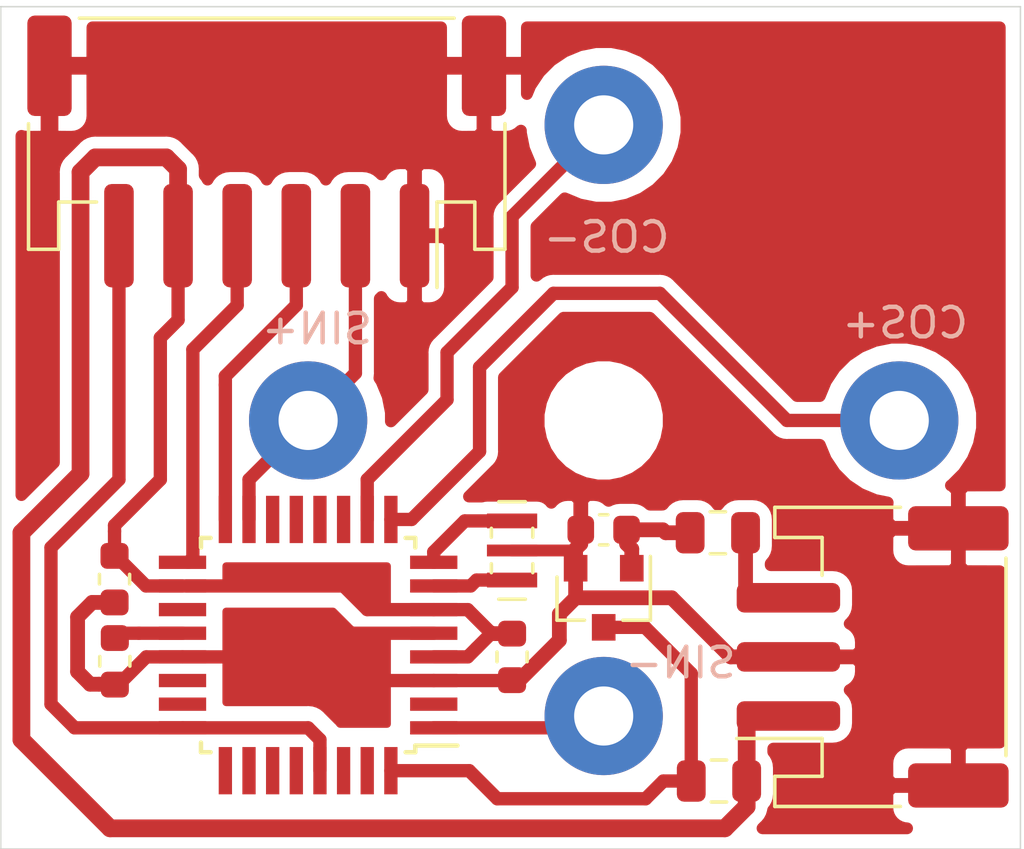
<source format=kicad_pcb>
(kicad_pcb (version 20171130) (host pcbnew 5.1.2-f72e74a~84~ubuntu18.04.1)

  (general
    (thickness 1.6)
    (drawings 7)
    (tracks 124)
    (zones 0)
    (modules 13)
    (nets 30)
  )

  (page A4)
  (layers
    (0 F.Cu signal)
    (31 B.Cu signal hide)
    (32 B.Adhes user hide)
    (33 F.Adhes user hide)
    (34 B.Paste user hide)
    (35 F.Paste user hide)
    (36 B.SilkS user hide)
    (37 F.SilkS user hide)
    (38 B.Mask user hide)
    (39 F.Mask user)
    (40 Dwgs.User user hide)
    (41 Cmts.User user hide)
    (42 Eco1.User user hide)
    (43 Eco2.User user hide)
    (44 Edge.Cuts user)
    (45 Margin user hide)
    (46 B.CrtYd user hide)
    (47 F.CrtYd user hide)
    (48 B.Fab user hide)
    (49 F.Fab user)
  )

  (setup
    (last_trace_width 0.5)
    (user_trace_width 0.4)
    (user_trace_width 0.55)
    (user_trace_width 0.6)
    (user_trace_width 1)
    (trace_clearance 0.3)
    (zone_clearance 0.4)
    (zone_45_only no)
    (trace_min 0.2)
    (via_size 0.8)
    (via_drill 0.4)
    (via_min_size 0.4)
    (via_min_drill 0.3)
    (uvia_size 0.3)
    (uvia_drill 0.1)
    (uvias_allowed no)
    (uvia_min_size 0.2)
    (uvia_min_drill 0.1)
    (edge_width 0.05)
    (segment_width 0.2)
    (pcb_text_width 0.3)
    (pcb_text_size 1.5 1.5)
    (mod_edge_width 0.12)
    (mod_text_size 1 1)
    (mod_text_width 0.15)
    (pad_size 3.2 3.2)
    (pad_drill 3.2)
    (pad_to_mask_clearance 0.051)
    (solder_mask_min_width 0.25)
    (aux_axis_origin 24.15 57.55)
    (grid_origin 24.15 57.55)
    (visible_elements FFFFBF7F)
    (pcbplotparams
      (layerselection 0x011c0_7fffffff)
      (usegerberextensions false)
      (usegerberattributes false)
      (usegerberadvancedattributes false)
      (creategerberjobfile false)
      (excludeedgelayer true)
      (linewidth 0.020000)
      (plotframeref false)
      (viasonmask true)
      (mode 1)
      (useauxorigin false)
      (hpglpennumber 1)
      (hpglpenspeed 20)
      (hpglpendiameter 15.000000)
      (psnegative false)
      (psa4output false)
      (plotreference false)
      (plotvalue false)
      (plotinvisibletext false)
      (padsonsilk false)
      (subtractmaskfromsilk false)
      (outputformat 1)
      (mirror false)
      (drillshape 0)
      (scaleselection 1)
      (outputdirectory "../PCB/Rev.2/"))
  )

  (net 0 "")
  (net 1 +5V)
  (net 2 GND)
  (net 3 "Net-(U1-Pad2)")
  (net 4 "Net-(U1-Pad7)")
  (net 5 "Net-(U1-Pad8)")
  (net 6 "Net-(U1-Pad11)")
  (net 7 "Net-(U1-Pad12)")
  (net 8 "Net-(U1-Pad13)")
  (net 9 "Net-(U1-Pad14)")
  (net 10 RST)
  (net 11 "Net-(U1-Pad22)")
  (net 12 "Net-(U1-Pad23)")
  (net 13 "Net-(U1-Pad25)")
  (net 14 "Net-(U1-Pad26)")
  (net 15 "Net-(U1-Pad27)")
  (net 16 "Net-(U1-Pad28)")
  (net 17 "Net-(U1-Pad30)")
  (net 18 "Net-(U1-Pad31)")
  (net 19 "Net-(C2-Pad1)")
  (net 20 "Net-(U1-Pad19)")
  (net 21 /COS-)
  (net 22 /SIN-)
  (net 23 /COS+)
  (net 24 "Net-(Q1-Pad3)")
  (net 25 "Net-(C1-Pad2)")
  (net 26 "Net-(R2-Pad2)")
  (net 27 /MISO)
  (net 28 /SCK)
  (net 29 /MOSI)

  (net_class Default "This is the default net class."
    (clearance 0.3)
    (trace_width 0.5)
    (via_dia 0.8)
    (via_drill 0.4)
    (uvia_dia 0.3)
    (uvia_drill 0.1)
    (add_net +5V)
    (add_net /COS+)
    (add_net /COS-)
    (add_net /MISO)
    (add_net /MOSI)
    (add_net /SCK)
    (add_net /SIN-)
    (add_net GND)
    (add_net "Net-(C1-Pad2)")
    (add_net "Net-(C2-Pad1)")
    (add_net "Net-(Q1-Pad3)")
    (add_net "Net-(R2-Pad2)")
    (add_net "Net-(U1-Pad11)")
    (add_net "Net-(U1-Pad12)")
    (add_net "Net-(U1-Pad13)")
    (add_net "Net-(U1-Pad14)")
    (add_net "Net-(U1-Pad19)")
    (add_net "Net-(U1-Pad2)")
    (add_net "Net-(U1-Pad22)")
    (add_net "Net-(U1-Pad23)")
    (add_net "Net-(U1-Pad25)")
    (add_net "Net-(U1-Pad26)")
    (add_net "Net-(U1-Pad27)")
    (add_net "Net-(U1-Pad28)")
    (add_net "Net-(U1-Pad30)")
    (add_net "Net-(U1-Pad31)")
    (add_net "Net-(U1-Pad7)")
    (add_net "Net-(U1-Pad8)")
    (add_net RST)
  )

  (module lexus-speedometer:toyota_potentiometer (layer F.Cu) (tedit 5E7AF178) (tstamp 5FB9D46F)
    (at 44.55 43.05)
    (path /5E96E688)
    (fp_text reference X3 (at -2.6 -3.5) (layer B.SilkS) hide
      (effects (font (size 1 1) (thickness 0.15)) (justify mirror))
    )
    (fp_text value SPEED (at 12 -8) (layer B.SilkS) hide
      (effects (font (size 1 1) (thickness 0.15)) (justify mirror))
    )
    (fp_text user COS- (at 0.1 -6.2) (layer B.SilkS)
      (effects (font (size 1 1) (thickness 0.15)) (justify mirror))
    )
    (fp_text user SIN- (at 2.6 8.2) (layer B.SilkS)
      (effects (font (size 1 1) (thickness 0.15)) (justify mirror))
    )
    (fp_text user SIN+ (at -9.7 -3.1) (layer B.SilkS)
      (effects (font (size 1 1) (thickness 0.15)) (justify mirror))
    )
    (fp_text user COS+ (at 10.2 -3.3) (layer B.SilkS)
      (effects (font (size 1 1) (thickness 0.15)) (justify mirror))
    )
    (fp_circle (center 0 0) (end 1.5 0) (layer F.SilkS) (width 0.12))
    (pad 4 thru_hole circle (at 0 -10) (size 4 4) (drill 2) (layers F.Cu F.Mask)
      (net 21 /COS-) (clearance 0.6))
    (pad 2 thru_hole circle (at 0 10) (size 4 4) (drill 2) (layers F.Cu F.Mask)
      (net 22 /SIN-) (clearance 0.6))
    (pad 1 thru_hole circle (at -10 0) (size 4 4) (drill 2) (layers F.Cu F.Mask)
      (net 29 /MOSI) (clearance 0.6))
    (pad 3 thru_hole circle (at 10 0) (size 4 4) (drill 2) (layers F.Cu F.Mask)
      (net 23 /COS+) (clearance 0.6))
  )

  (module Package_QFP:TQFP-32_7x7mm_P0.8mm (layer F.Cu) (tedit 6028E0C5) (tstamp 5E797BC9)
    (at 34.55 50.65 180)
    (descr "32-Lead Plastic Thin Quad Flatpack (PT) - 7x7x1.0 mm Body, 2.00 mm [TQFP] (see Microchip Packaging Specification 00000049BS.pdf)")
    (tags "QFP 0.8")
    (path /5E78E732)
    (attr smd)
    (fp_text reference U1 (at 0 0.1) (layer F.SilkS) hide
      (effects (font (size 1 1) (thickness 0.15)))
    )
    (fp_text value ATmega88 (at -0.1 0) (layer F.Fab)
      (effects (font (size 0.8 0.8) (thickness 0.15)))
    )
    (fp_line (start -3.625 -3.4) (end -5.05 -3.4) (layer F.SilkS) (width 0.15))
    (fp_line (start 3.625 -3.625) (end 3.3 -3.625) (layer F.SilkS) (width 0.15))
    (fp_line (start 3.625 3.625) (end 3.3 3.625) (layer F.SilkS) (width 0.15))
    (fp_line (start -3.625 3.625) (end -3.3 3.625) (layer F.SilkS) (width 0.15))
    (fp_line (start -3.625 -3.625) (end -3.3 -3.625) (layer F.SilkS) (width 0.15))
    (fp_line (start -3.625 3.625) (end -3.625 3.3) (layer F.SilkS) (width 0.15))
    (fp_line (start 3.625 3.625) (end 3.625 3.3) (layer F.SilkS) (width 0.15))
    (fp_line (start 3.625 -3.625) (end 3.625 -3.3) (layer F.SilkS) (width 0.15))
    (fp_line (start -3.625 -3.625) (end -3.625 -3.4) (layer F.SilkS) (width 0.15))
    (fp_line (start -5.3 5.3) (end 5.3 5.3) (layer F.CrtYd) (width 0.05))
    (fp_line (start -5.3 -5.3) (end 5.3 -5.3) (layer F.CrtYd) (width 0.05))
    (fp_line (start 5.3 -5.3) (end 5.3 5.3) (layer F.CrtYd) (width 0.05))
    (fp_line (start -5.3 -5.3) (end -5.3 5.3) (layer F.CrtYd) (width 0.05))
    (fp_line (start -3.5 -2.5) (end -2.5 -3.5) (layer F.Fab) (width 0.15))
    (fp_line (start -3.5 3.5) (end -3.5 -2.5) (layer F.Fab) (width 0.15))
    (fp_line (start 3.5 3.5) (end -3.5 3.5) (layer F.Fab) (width 0.15))
    (fp_line (start 3.5 -3.5) (end 3.5 3.5) (layer F.Fab) (width 0.15))
    (fp_line (start -2.5 -3.5) (end 3.5 -3.5) (layer F.Fab) (width 0.15))
    (fp_text user %R (at 0 0) (layer F.Fab) hide
      (effects (font (size 1 1) (thickness 0.15)))
    )
    (pad 32 smd rect (at -2.8 -4.25 270) (size 1.6 0.45) (layers F.Cu F.Paste F.Mask)
      (net 24 "Net-(Q1-Pad3)"))
    (pad 31 smd rect (at -2 -4.25 270) (size 1.6 0.45) (layers F.Cu F.Paste F.Mask)
      (net 18 "Net-(U1-Pad31)"))
    (pad 30 smd rect (at -1.2 -4.25 270) (size 1.6 0.45) (layers F.Cu F.Paste F.Mask)
      (net 17 "Net-(U1-Pad30)"))
    (pad 29 smd rect (at -0.4 -4.25 270) (size 1.6 0.45) (layers F.Cu F.Paste F.Mask)
      (net 10 RST))
    (pad 28 smd rect (at 0.4 -4.25 270) (size 1.6 0.45) (layers F.Cu F.Paste F.Mask)
      (net 16 "Net-(U1-Pad28)"))
    (pad 27 smd rect (at 1.2 -4.25 270) (size 1.6 0.45) (layers F.Cu F.Paste F.Mask)
      (net 15 "Net-(U1-Pad27)"))
    (pad 26 smd rect (at 2 -4.25 270) (size 1.6 0.45) (layers F.Cu F.Paste F.Mask)
      (net 14 "Net-(U1-Pad26)"))
    (pad 25 smd rect (at 2.8 -4.25 270) (size 1.6 0.45) (layers F.Cu F.Paste F.Mask)
      (net 13 "Net-(U1-Pad25)"))
    (pad 24 smd rect (at 4.25 -2.8 180) (size 1.6 0.45) (layers F.Cu F.Paste F.Mask)
      (net 10 RST))
    (pad 23 smd rect (at 4.25 -2 180) (size 1.6 0.45) (layers F.Cu F.Paste F.Mask)
      (net 12 "Net-(U1-Pad23)"))
    (pad 22 smd rect (at 4.25 -1.2 180) (size 1.6 0.45) (layers F.Cu F.Paste F.Mask)
      (net 11 "Net-(U1-Pad22)"))
    (pad 21 smd rect (at 4.25 -0.4 180) (size 1.6 0.45) (layers F.Cu F.Paste F.Mask)
      (net 2 GND))
    (pad 20 smd rect (at 4.25 0.4 180) (size 1.6 0.45) (layers F.Cu F.Paste F.Mask)
      (net 19 "Net-(C2-Pad1)"))
    (pad 19 smd rect (at 4.25 1.2 180) (size 1.6 0.45) (layers F.Cu F.Paste F.Mask)
      (net 20 "Net-(U1-Pad19)"))
    (pad 18 smd rect (at 4.25 2 180) (size 1.6 0.45) (layers F.Cu F.Paste F.Mask)
      (net 1 +5V))
    (pad 17 smd rect (at 4.25 2.8 180) (size 1.6 0.45) (layers F.Cu F.Paste F.Mask)
      (net 28 /SCK))
    (pad 16 smd rect (at 2.8 4.25 270) (size 1.6 0.45) (layers F.Cu F.Paste F.Mask)
      (net 27 /MISO))
    (pad 15 smd rect (at 2 4.25 270) (size 1.6 0.45) (layers F.Cu F.Paste F.Mask)
      (net 29 /MOSI))
    (pad 14 smd rect (at 1.2 4.25 270) (size 1.6 0.45) (layers F.Cu F.Paste F.Mask)
      (net 9 "Net-(U1-Pad14)"))
    (pad 13 smd rect (at 0.4 4.25 270) (size 1.6 0.45) (layers F.Cu F.Paste F.Mask)
      (net 8 "Net-(U1-Pad13)"))
    (pad 12 smd rect (at -0.4 4.25 270) (size 1.6 0.45) (layers F.Cu F.Paste F.Mask)
      (net 7 "Net-(U1-Pad12)"))
    (pad 11 smd rect (at -1.2 4.25 270) (size 1.6 0.45) (layers F.Cu F.Paste F.Mask)
      (net 6 "Net-(U1-Pad11)"))
    (pad 10 smd rect (at -2 4.25 270) (size 1.6 0.45) (layers F.Cu F.Paste F.Mask)
      (net 21 /COS-))
    (pad 9 smd rect (at -2.8 4.25 270) (size 1.6 0.45) (layers F.Cu F.Paste F.Mask)
      (net 23 /COS+))
    (pad 8 smd rect (at -4.25 2.8 180) (size 1.6 0.45) (layers F.Cu F.Paste F.Mask)
      (net 5 "Net-(U1-Pad8)"))
    (pad 7 smd rect (at -4.25 2 180) (size 1.6 0.45) (layers F.Cu F.Paste F.Mask)
      (net 4 "Net-(U1-Pad7)"))
    (pad 6 smd rect (at -4.25 1.2 180) (size 1.6 0.45) (layers F.Cu F.Paste F.Mask)
      (net 1 +5V))
    (pad 5 smd rect (at -4.25 0.4 180) (size 1.6 0.45) (layers F.Cu F.Paste F.Mask)
      (net 2 GND))
    (pad 4 smd rect (at -4.25 -0.4 180) (size 1.6 0.45) (layers F.Cu F.Paste F.Mask)
      (net 1 +5V))
    (pad 3 smd rect (at -4.25 -1.2 180) (size 1.6 0.45) (layers F.Cu F.Paste F.Mask)
      (net 2 GND))
    (pad 2 smd rect (at -4.25 -2 180) (size 1.6 0.45) (layers F.Cu F.Paste F.Mask)
      (net 3 "Net-(U1-Pad2)"))
    (pad 1 smd rect (at -4.25 -2.8 180) (size 1.6 0.45) (layers F.Cu F.Paste F.Mask)
      (net 22 /SIN-))
    (model ${KISYS3DMOD}/Package_QFP.3dshapes/TQFP-32_7x7mm_P0.8mm.wrl
      (at (xyz 0 0 0))
      (scale (xyz 1 1 1))
      (rotate (xyz 0 0 0))
    )
  )

  (module Crystal:Resonator_SMD_Murata_CSTxExxV-3Pin_3.2x1.3mm (layer F.Cu) (tedit 5FBA6CC6) (tstamp 5FBA3D1E)
    (at 41.45 47.45 90)
    (descr "SMD Resomator/Filter Murata CSTCE, https://www.murata.com/en-eu/products/productdata/8801162264606/SPEC-CSTNE16M0VH3C000R0.pdf")
    (tags "SMD SMT ceramic resonator filter")
    (path /5FBB700B)
    (attr smd)
    (fp_text reference ZQ1 (at 0.1 -1.8 90) (layer F.SilkS) hide
      (effects (font (size 1 1) (thickness 0.15)))
    )
    (fp_text value 16MHz (at 2.2 -0.6 180) (layer F.Fab)
      (effects (font (size 0.8 0.8) (thickness 0.15)))
    )
    (fp_line (start 1.65 0.45) (end 1.65 -0.45) (layer F.SilkS) (width 0.12))
    (fp_line (start 0.75 0.7) (end 0.45 0.7) (layer F.SilkS) (width 0.12))
    (fp_line (start -0.45 0.7) (end -0.75 0.7) (layer F.SilkS) (width 0.12))
    (fp_line (start 0.75 -0.7) (end 0.45 -0.7) (layer F.SilkS) (width 0.12))
    (fp_line (start -0.45 -0.7) (end -0.75 -0.7) (layer F.SilkS) (width 0.12))
    (fp_line (start -1.6 0.65) (end 1.6 0.65) (layer F.CrtYd) (width 0.05))
    (fp_line (start -1.6 0.65) (end -1.6 -0.65) (layer F.CrtYd) (width 0.05))
    (fp_line (start 1.6 -0.65) (end 1.6 0.65) (layer F.CrtYd) (width 0.05))
    (fp_line (start -1.6 -0.65) (end 1.6 -0.65) (layer F.CrtYd) (width 0.05))
    (fp_line (start -1.5 0.8) (end -1.5 -0.8) (layer F.Fab) (width 0.1))
    (fp_line (start -1.5 0.8) (end 1.5 0.8) (layer F.Fab) (width 0.1))
    (fp_line (start 1.5 -0.8) (end -1.5 -0.8) (layer F.Fab) (width 0.1))
    (fp_line (start 1.5 0.8) (end 1.5 -0.8) (layer F.Fab) (width 0.1))
    (fp_line (start -1.65 0.45) (end -1.65 -0.45) (layer F.SilkS) (width 0.12))
    (fp_text user %R (at 0.1 -0.05 90) (layer F.Fab) hide
      (effects (font (size 0.6 0.6) (thickness 0.08)))
    )
    (pad 3 smd rect (at 1 0 90) (size 0.5 1.7) (layers F.Cu F.Paste F.Mask)
      (net 5 "Net-(U1-Pad8)"))
    (pad 2 smd rect (at 0 0 90) (size 0.4 1.7) (layers F.Cu F.Paste F.Mask)
      (net 2 GND))
    (pad 1 smd rect (at -1 0 90) (size 0.5 1.7) (layers F.Cu F.Paste F.Mask)
      (net 4 "Net-(U1-Pad7)"))
    (model ${KISYS3DMOD}/Crystal.3dshapes/Resonator_SMD_Murata_CSTxExxV-3Pin_3.0x1.1mm.wrl
      (at (xyz 0 0 0))
      (scale (xyz 1 1 1))
      (rotate (xyz 0 0 0))
    )
  )

  (module Capacitor_SMD:C_0603_1608Metric (layer F.Cu) (tedit 5B301BBE) (tstamp 5E79BE50)
    (at 28.01 51.2 270)
    (descr "Capacitor SMD 0603 (1608 Metric), square (rectangular) end terminal, IPC_7351 nominal, (Body size source: http://www.tortai-tech.com/upload/download/2011102023233369053.pdf), generated with kicad-footprint-generator")
    (tags capacitor)
    (path /5E7B582A)
    (attr smd)
    (fp_text reference C2 (at 0 1.86 180) (layer F.SilkS) hide
      (effects (font (size 1 1) (thickness 0.15)))
    )
    (fp_text value 0.1 (at 0.05 1.86 180) (layer F.Fab)
      (effects (font (size 1 1) (thickness 0.15)))
    )
    (fp_text user %R (at 0 0 90) (layer F.Fab) hide
      (effects (font (size 0.4 0.4) (thickness 0.06)))
    )
    (fp_line (start 1.48 0.73) (end -1.48 0.73) (layer F.CrtYd) (width 0.05))
    (fp_line (start 1.48 -0.73) (end 1.48 0.73) (layer F.CrtYd) (width 0.05))
    (fp_line (start -1.48 -0.73) (end 1.48 -0.73) (layer F.CrtYd) (width 0.05))
    (fp_line (start -1.48 0.73) (end -1.48 -0.73) (layer F.CrtYd) (width 0.05))
    (fp_line (start -0.162779 0.51) (end 0.162779 0.51) (layer F.SilkS) (width 0.12))
    (fp_line (start -0.162779 -0.51) (end 0.162779 -0.51) (layer F.SilkS) (width 0.12))
    (fp_line (start 0.8 0.4) (end -0.8 0.4) (layer F.Fab) (width 0.1))
    (fp_line (start 0.8 -0.4) (end 0.8 0.4) (layer F.Fab) (width 0.1))
    (fp_line (start -0.8 -0.4) (end 0.8 -0.4) (layer F.Fab) (width 0.1))
    (fp_line (start -0.8 0.4) (end -0.8 -0.4) (layer F.Fab) (width 0.1))
    (pad 2 smd roundrect (at 0.7875 0 270) (size 0.875 0.95) (layers F.Cu F.Paste F.Mask) (roundrect_rratio 0.25)
      (net 2 GND))
    (pad 1 smd roundrect (at -0.7875 0 270) (size 0.875 0.95) (layers F.Cu F.Paste F.Mask) (roundrect_rratio 0.25)
      (net 19 "Net-(C2-Pad1)"))
    (model ${KISYS3DMOD}/Capacitor_SMD.3dshapes/C_0603_1608Metric.wrl
      (at (xyz 0 0 0))
      (scale (xyz 1 1 1))
      (rotate (xyz 0 0 0))
    )
  )

  (module Capacitor_SMD:C_0603_1608Metric (layer F.Cu) (tedit 5B301BBE) (tstamp 5E79ABC4)
    (at 41.45 51.05 270)
    (descr "Capacitor SMD 0603 (1608 Metric), square (rectangular) end terminal, IPC_7351 nominal, (Body size source: http://www.tortai-tech.com/upload/download/2011102023233369053.pdf), generated with kicad-footprint-generator")
    (tags capacitor)
    (path /5E7A886D)
    (attr smd)
    (fp_text reference C4 (at 2.25 0.35 180) (layer F.SilkS) hide
      (effects (font (size 1 1) (thickness 0.15)))
    )
    (fp_text value 10u (at 2.1 0.3 180) (layer F.Fab)
      (effects (font (size 1 1) (thickness 0.15)))
    )
    (fp_text user %R (at 0 0 90) (layer F.Fab) hide
      (effects (font (size 0.4 0.4) (thickness 0.06)))
    )
    (fp_line (start 1.48 0.73) (end -1.48 0.73) (layer F.CrtYd) (width 0.05))
    (fp_line (start 1.48 -0.73) (end 1.48 0.73) (layer F.CrtYd) (width 0.05))
    (fp_line (start -1.48 -0.73) (end 1.48 -0.73) (layer F.CrtYd) (width 0.05))
    (fp_line (start -1.48 0.73) (end -1.48 -0.73) (layer F.CrtYd) (width 0.05))
    (fp_line (start -0.162779 0.51) (end 0.162779 0.51) (layer F.SilkS) (width 0.12))
    (fp_line (start -0.162779 -0.51) (end 0.162779 -0.51) (layer F.SilkS) (width 0.12))
    (fp_line (start 0.8 0.4) (end -0.8 0.4) (layer F.Fab) (width 0.1))
    (fp_line (start 0.8 -0.4) (end 0.8 0.4) (layer F.Fab) (width 0.1))
    (fp_line (start -0.8 -0.4) (end 0.8 -0.4) (layer F.Fab) (width 0.1))
    (fp_line (start -0.8 0.4) (end -0.8 -0.4) (layer F.Fab) (width 0.1))
    (pad 2 smd roundrect (at 0.7875 0 270) (size 0.875 0.95) (layers F.Cu F.Paste F.Mask) (roundrect_rratio 0.25)
      (net 2 GND))
    (pad 1 smd roundrect (at -0.7875 0 270) (size 0.875 0.95) (layers F.Cu F.Paste F.Mask) (roundrect_rratio 0.25)
      (net 1 +5V))
    (model ${KISYS3DMOD}/Capacitor_SMD.3dshapes/C_0603_1608Metric.wrl
      (at (xyz 0 0 0))
      (scale (xyz 1 1 1))
      (rotate (xyz 0 0 0))
    )
  )

  (module Capacitor_SMD:C_0603_1608Metric (layer F.Cu) (tedit 5B301BBE) (tstamp 5E79A502)
    (at 28 48.42 270)
    (descr "Capacitor SMD 0603 (1608 Metric), square (rectangular) end terminal, IPC_7351 nominal, (Body size source: http://www.tortai-tech.com/upload/download/2011102023233369053.pdf), generated with kicad-footprint-generator")
    (tags capacitor)
    (path /5EA4C7C6)
    (attr smd)
    (fp_text reference C3 (at 0 1.85 180) (layer F.SilkS) hide
      (effects (font (size 1 1) (thickness 0.15)))
    )
    (fp_text value 0.1 (at 0.13 1.85 180) (layer F.Fab)
      (effects (font (size 1 1) (thickness 0.15)))
    )
    (fp_text user %R (at 0 0 90) (layer F.Fab) hide
      (effects (font (size 0.4 0.4) (thickness 0.06)))
    )
    (fp_line (start 1.48 0.73) (end -1.48 0.73) (layer F.CrtYd) (width 0.05))
    (fp_line (start 1.48 -0.73) (end 1.48 0.73) (layer F.CrtYd) (width 0.05))
    (fp_line (start -1.48 -0.73) (end 1.48 -0.73) (layer F.CrtYd) (width 0.05))
    (fp_line (start -1.48 0.73) (end -1.48 -0.73) (layer F.CrtYd) (width 0.05))
    (fp_line (start -0.162779 0.51) (end 0.162779 0.51) (layer F.SilkS) (width 0.12))
    (fp_line (start -0.162779 -0.51) (end 0.162779 -0.51) (layer F.SilkS) (width 0.12))
    (fp_line (start 0.8 0.4) (end -0.8 0.4) (layer F.Fab) (width 0.1))
    (fp_line (start 0.8 -0.4) (end 0.8 0.4) (layer F.Fab) (width 0.1))
    (fp_line (start -0.8 -0.4) (end 0.8 -0.4) (layer F.Fab) (width 0.1))
    (fp_line (start -0.8 0.4) (end -0.8 -0.4) (layer F.Fab) (width 0.1))
    (pad 2 smd roundrect (at 0.7875 0 270) (size 0.875 0.95) (layers F.Cu F.Paste F.Mask) (roundrect_rratio 0.25)
      (net 2 GND))
    (pad 1 smd roundrect (at -0.7875 0 270) (size 0.875 0.95) (layers F.Cu F.Paste F.Mask) (roundrect_rratio 0.25)
      (net 1 +5V))
    (model ${KISYS3DMOD}/Capacitor_SMD.3dshapes/C_0603_1608Metric.wrl
      (at (xyz 0 0 0))
      (scale (xyz 1 1 1))
      (rotate (xyz 0 0 0))
    )
  )

  (module Package_TO_SOT_SMD:SOT-23 (layer F.Cu) (tedit 5A02FF57) (tstamp 6037E4CD)
    (at 44.55 49.05 270)
    (descr "SOT-23, Standard")
    (tags SOT-23)
    (path /5E7C311C)
    (attr smd)
    (fp_text reference Q1 (at -0.2 -3 180) (layer F.SilkS) hide
      (effects (font (size 1 1) (thickness 0.15)))
    )
    (fp_text value 2SC2412 (at -5.4 -1.9 180) (layer F.Fab)
      (effects (font (size 0.8 0.8) (thickness 0.15)))
    )
    (fp_text user %R (at 0 0) (layer F.Fab) hide
      (effects (font (size 0.5 0.5) (thickness 0.075)))
    )
    (fp_line (start -0.7 -0.95) (end -0.7 1.5) (layer F.Fab) (width 0.1))
    (fp_line (start -0.15 -1.52) (end 0.7 -1.52) (layer F.Fab) (width 0.1))
    (fp_line (start -0.7 -0.95) (end -0.15 -1.52) (layer F.Fab) (width 0.1))
    (fp_line (start 0.7 -1.52) (end 0.7 1.52) (layer F.Fab) (width 0.1))
    (fp_line (start -0.7 1.52) (end 0.7 1.52) (layer F.Fab) (width 0.1))
    (fp_line (start 0.76 1.58) (end 0.76 0.65) (layer F.SilkS) (width 0.12))
    (fp_line (start 0.76 -1.58) (end 0.76 -0.65) (layer F.SilkS) (width 0.12))
    (fp_line (start -1.7 -1.75) (end 1.7 -1.75) (layer F.CrtYd) (width 0.05))
    (fp_line (start 1.7 -1.75) (end 1.7 1.75) (layer F.CrtYd) (width 0.05))
    (fp_line (start 1.7 1.75) (end -1.7 1.75) (layer F.CrtYd) (width 0.05))
    (fp_line (start -1.7 1.75) (end -1.7 -1.75) (layer F.CrtYd) (width 0.05))
    (fp_line (start 0.76 -1.58) (end -1.4 -1.58) (layer F.SilkS) (width 0.12))
    (fp_line (start 0.76 1.58) (end -0.7 1.58) (layer F.SilkS) (width 0.12))
    (pad 1 smd rect (at -1 -0.95 270) (size 0.9 0.8) (layers F.Cu F.Paste F.Mask)
      (net 25 "Net-(C1-Pad2)"))
    (pad 2 smd rect (at -1 0.95 270) (size 0.9 0.8) (layers F.Cu F.Paste F.Mask)
      (net 2 GND))
    (pad 3 smd rect (at 1 0 270) (size 0.9 0.8) (layers F.Cu F.Paste F.Mask)
      (net 24 "Net-(Q1-Pad3)"))
    (model ${KISYS3DMOD}/Package_TO_SOT_SMD.3dshapes/SOT-23.wrl
      (at (xyz 0 0 0))
      (scale (xyz 1 1 1))
      (rotate (xyz 0 0 0))
    )
  )

  (module Resistor_SMD:R_0805_2012Metric (layer F.Cu) (tedit 5B36C52B) (tstamp 5E7A9E84)
    (at 48.4125 46.85)
    (descr "Resistor SMD 0805 (2012 Metric), square (rectangular) end terminal, IPC_7351 nominal, (Body size source: https://docs.google.com/spreadsheets/d/1BsfQQcO9C6DZCsRaXUlFlo91Tg2WpOkGARC1WS5S8t0/edit?usp=sharing), generated with kicad-footprint-generator")
    (tags resistor)
    (path /5E7E2A8A)
    (attr smd)
    (fp_text reference R2 (at -0.0625 -1.6) (layer F.SilkS) hide
      (effects (font (size 1 1) (thickness 0.15)))
    )
    (fp_text value 10k (at 0.1375 -1.5) (layer F.Fab)
      (effects (font (size 1 1) (thickness 0.15)))
    )
    (fp_line (start -1 0.6) (end -1 -0.6) (layer F.Fab) (width 0.1))
    (fp_line (start -1 -0.6) (end 1 -0.6) (layer F.Fab) (width 0.1))
    (fp_line (start 1 -0.6) (end 1 0.6) (layer F.Fab) (width 0.1))
    (fp_line (start 1 0.6) (end -1 0.6) (layer F.Fab) (width 0.1))
    (fp_line (start -0.258578 -0.71) (end 0.258578 -0.71) (layer F.SilkS) (width 0.12))
    (fp_line (start -0.258578 0.71) (end 0.258578 0.71) (layer F.SilkS) (width 0.12))
    (fp_line (start -1.68 0.95) (end -1.68 -0.95) (layer F.CrtYd) (width 0.05))
    (fp_line (start -1.68 -0.95) (end 1.68 -0.95) (layer F.CrtYd) (width 0.05))
    (fp_line (start 1.68 -0.95) (end 1.68 0.95) (layer F.CrtYd) (width 0.05))
    (fp_line (start 1.68 0.95) (end -1.68 0.95) (layer F.CrtYd) (width 0.05))
    (fp_text user %R (at 0 0) (layer F.Fab) hide
      (effects (font (size 0.5 0.5) (thickness 0.08)))
    )
    (pad 1 smd roundrect (at -0.9375 0) (size 0.975 1.4) (layers F.Cu F.Paste F.Mask) (roundrect_rratio 0.25)
      (net 25 "Net-(C1-Pad2)"))
    (pad 2 smd roundrect (at 0.9375 0) (size 0.975 1.4) (layers F.Cu F.Paste F.Mask) (roundrect_rratio 0.25)
      (net 26 "Net-(R2-Pad2)"))
    (model ${KISYS3DMOD}/Resistor_SMD.3dshapes/R_0805_2012Metric.wrl
      (at (xyz 0 0 0))
      (scale (xyz 1 1 1))
      (rotate (xyz 0 0 0))
    )
  )

  (module Resistor_SMD:R_0805_2012Metric (layer F.Cu) (tedit 5B36C52B) (tstamp 5E7A964C)
    (at 48.45 55.25 180)
    (descr "Resistor SMD 0805 (2012 Metric), square (rectangular) end terminal, IPC_7351 nominal, (Body size source: https://docs.google.com/spreadsheets/d/1BsfQQcO9C6DZCsRaXUlFlo91Tg2WpOkGARC1WS5S8t0/edit?usp=sharing), generated with kicad-footprint-generator")
    (tags resistor)
    (path /5E7D758D)
    (attr smd)
    (fp_text reference R1 (at 2.45 0.05 270) (layer F.SilkS) hide
      (effects (font (size 1 1) (thickness 0.15)))
    )
    (fp_text value 1k (at 0.6 1.5) (layer F.Fab)
      (effects (font (size 1 1) (thickness 0.15)))
    )
    (fp_text user %R (at 0 0) (layer F.Fab) hide
      (effects (font (size 0.5 0.5) (thickness 0.08)))
    )
    (fp_line (start 1.68 0.95) (end -1.68 0.95) (layer F.CrtYd) (width 0.05))
    (fp_line (start 1.68 -0.95) (end 1.68 0.95) (layer F.CrtYd) (width 0.05))
    (fp_line (start -1.68 -0.95) (end 1.68 -0.95) (layer F.CrtYd) (width 0.05))
    (fp_line (start -1.68 0.95) (end -1.68 -0.95) (layer F.CrtYd) (width 0.05))
    (fp_line (start -0.258578 0.71) (end 0.258578 0.71) (layer F.SilkS) (width 0.12))
    (fp_line (start -0.258578 -0.71) (end 0.258578 -0.71) (layer F.SilkS) (width 0.12))
    (fp_line (start 1 0.6) (end -1 0.6) (layer F.Fab) (width 0.1))
    (fp_line (start 1 -0.6) (end 1 0.6) (layer F.Fab) (width 0.1))
    (fp_line (start -1 -0.6) (end 1 -0.6) (layer F.Fab) (width 0.1))
    (fp_line (start -1 0.6) (end -1 -0.6) (layer F.Fab) (width 0.1))
    (pad 2 smd roundrect (at 0.9375 0 180) (size 0.975 1.4) (layers F.Cu F.Paste F.Mask) (roundrect_rratio 0.25)
      (net 24 "Net-(Q1-Pad3)"))
    (pad 1 smd roundrect (at -0.9375 0 180) (size 0.975 1.4) (layers F.Cu F.Paste F.Mask) (roundrect_rratio 0.25)
      (net 1 +5V))
    (model ${KISYS3DMOD}/Resistor_SMD.3dshapes/R_0805_2012Metric.wrl
      (at (xyz 0 0 0))
      (scale (xyz 1 1 1))
      (rotate (xyz 0 0 0))
    )
  )

  (module Capacitor_SMD:C_0603_1608Metric (layer F.Cu) (tedit 5F68FEEE) (tstamp 5FB9E9FD)
    (at 44.55 46.75)
    (descr "Capacitor SMD 0603 (1608 Metric), square (rectangular) end terminal, IPC_7351 nominal, (Body size source: IPC-SM-782 page 76, https://www.pcb-3d.com/wordpress/wp-content/uploads/ipc-sm-782a_amendment_1_and_2.pdf), generated with kicad-footprint-generator")
    (tags capacitor)
    (path /5EF08DCC)
    (attr smd)
    (fp_text reference C1 (at 0.1 -1.3) (layer F.SilkS) hide
      (effects (font (size 1 1) (thickness 0.15)))
    )
    (fp_text value 0.1 (at 0 -1.3) (layer F.Fab)
      (effects (font (size 1 1) (thickness 0.15)))
    )
    (fp_line (start -0.8 0.4) (end -0.8 -0.4) (layer F.Fab) (width 0.1))
    (fp_line (start -0.8 -0.4) (end 0.8 -0.4) (layer F.Fab) (width 0.1))
    (fp_line (start 0.8 -0.4) (end 0.8 0.4) (layer F.Fab) (width 0.1))
    (fp_line (start 0.8 0.4) (end -0.8 0.4) (layer F.Fab) (width 0.1))
    (fp_line (start -0.14058 -0.51) (end 0.14058 -0.51) (layer F.SilkS) (width 0.12))
    (fp_line (start -0.14058 0.51) (end 0.14058 0.51) (layer F.SilkS) (width 0.12))
    (fp_line (start -1.48 0.73) (end -1.48 -0.73) (layer F.CrtYd) (width 0.05))
    (fp_line (start -1.48 -0.73) (end 1.48 -0.73) (layer F.CrtYd) (width 0.05))
    (fp_line (start 1.48 -0.73) (end 1.48 0.73) (layer F.CrtYd) (width 0.05))
    (fp_line (start 1.48 0.73) (end -1.48 0.73) (layer F.CrtYd) (width 0.05))
    (fp_text user %R (at 0 0) (layer F.Fab) hide
      (effects (font (size 0.4 0.4) (thickness 0.06)))
    )
    (pad 1 smd roundrect (at -0.775 0) (size 0.9 0.95) (layers F.Cu F.Paste F.Mask) (roundrect_rratio 0.25)
      (net 2 GND))
    (pad 2 smd roundrect (at 0.775 0) (size 0.9 0.95) (layers F.Cu F.Paste F.Mask) (roundrect_rratio 0.25)
      (net 25 "Net-(C1-Pad2)"))
    (model ${KISYS3DMOD}/Capacitor_SMD.3dshapes/C_0603_1608Metric.wrl
      (at (xyz 0 0 0))
      (scale (xyz 1 1 1))
      (rotate (xyz 0 0 0))
    )
  )

  (module Connector_JST:JST_PH_S3B-PH-SM4-TB_1x03-1MP_P2.00mm_Horizontal (layer F.Cu) (tedit 5FBA6585) (tstamp 5FB9E803)
    (at 53.65 51.05 90)
    (descr "JST PH series connector, S3B-PH-SM4-TB (http://www.jst-mfg.com/product/pdf/eng/ePH.pdf), generated with kicad-footprint-generator")
    (tags "connector JST PH top entry")
    (path /5FB8E671)
    (attr smd)
    (fp_text reference X1 (at 0.1 1.8 90) (layer F.SilkS) hide
      (effects (font (size 1 1) (thickness 0.15)))
    )
    (fp_text value PNL (at -0.1 1.8 90) (layer F.Fab)
      (effects (font (size 1 1) (thickness 0.15)))
    )
    (fp_line (start -4.95 -3.2) (end -4.15 -3.2) (layer F.Fab) (width 0.1))
    (fp_line (start -4.15 -3.2) (end -4.15 -1.6) (layer F.Fab) (width 0.1))
    (fp_line (start -4.15 -1.6) (end 4.15 -1.6) (layer F.Fab) (width 0.1))
    (fp_line (start 4.15 -1.6) (end 4.15 -3.2) (layer F.Fab) (width 0.1))
    (fp_line (start 4.15 -3.2) (end 4.95 -3.2) (layer F.Fab) (width 0.1))
    (fp_line (start -5.06 0.94) (end -5.06 -3.31) (layer F.SilkS) (width 0.12))
    (fp_line (start -5.06 -3.31) (end -4.04 -3.31) (layer F.SilkS) (width 0.12))
    (fp_line (start -4.04 -3.31) (end -4.04 -1.71) (layer F.SilkS) (width 0.12))
    (fp_line (start -4.04 -1.71) (end -2.76 -1.71) (layer F.SilkS) (width 0.12))
    (fp_line (start -2.76 -1.71) (end -2.76 -4.6) (layer F.SilkS) (width 0.12))
    (fp_line (start 5.06 0.94) (end 5.06 -3.31) (layer F.SilkS) (width 0.12))
    (fp_line (start 5.06 -3.31) (end 4.04 -3.31) (layer F.SilkS) (width 0.12))
    (fp_line (start 4.04 -3.31) (end 4.04 -1.71) (layer F.SilkS) (width 0.12))
    (fp_line (start 4.04 -1.71) (end 2.76 -1.71) (layer F.SilkS) (width 0.12))
    (fp_line (start -3.34 4.51) (end 3.34 4.51) (layer F.SilkS) (width 0.12))
    (fp_line (start -4.95 4.4) (end 4.95 4.4) (layer F.Fab) (width 0.1))
    (fp_line (start -4.95 -3.2) (end -4.95 4.4) (layer F.Fab) (width 0.1))
    (fp_line (start 4.95 -3.2) (end 4.95 4.4) (layer F.Fab) (width 0.1))
    (fp_line (start -5.6 -5.1) (end -5.6 5.1) (layer F.CrtYd) (width 0.05))
    (fp_line (start -5.6 5.1) (end 5.6 5.1) (layer F.CrtYd) (width 0.05))
    (fp_line (start 5.6 5.1) (end 5.6 -5.1) (layer F.CrtYd) (width 0.05))
    (fp_line (start 5.6 -5.1) (end -5.6 -5.1) (layer F.CrtYd) (width 0.05))
    (fp_line (start -2.5 -1.6) (end -2 -0.892893) (layer F.Fab) (width 0.1))
    (fp_line (start -2 -0.892893) (end -1.5 -1.6) (layer F.Fab) (width 0.1))
    (pad 1 smd roundrect (at -2 -2.85 90) (size 1 3.5) (layers F.Cu F.Paste F.Mask) (roundrect_rratio 0.25)
      (net 1 +5V))
    (pad 2 smd roundrect (at 0 -2.85 90) (size 1 3.5) (layers F.Cu F.Paste F.Mask) (roundrect_rratio 0.25)
      (net 2 GND))
    (pad 3 smd roundrect (at 2 -2.85 90) (size 1 3.5) (layers F.Cu F.Paste F.Mask) (roundrect_rratio 0.25)
      (net 26 "Net-(R2-Pad2)"))
    (pad MP smd roundrect (at -4.35 2.9 90) (size 1.5 3.4) (layers F.Cu F.Paste F.Mask) (roundrect_rratio 0.167)
      (net 2 GND))
    (pad MP smd roundrect (at 4.35 2.9 90) (size 1.5 3.4) (layers F.Cu F.Paste F.Mask) (roundrect_rratio 0.167)
      (net 2 GND))
    (model ${KISYS3DMOD}/Connector_JST.3dshapes/JST_PH_S3B-PH-SM4-TB_1x03-1MP_P2.00mm_Horizontal.wrl
      (at (xyz 0 0 0))
      (scale (xyz 1 1 1))
      (rotate (xyz 0 0 0))
    )
  )

  (module JST_PH_S6B-PH-SM4-TB_1x06-1MP_P2.00mm_Horizontal (layer F.Cu) (tedit 5FBA6591) (tstamp 5FB9DE88)
    (at 33.15 33.95 180)
    (descr "JST PH series connector, S6B-PH-SM4-TB (http://www.jst-mfg.com/product/pdf/eng/ePH.pdf), generated with kicad-footprint-generator")
    (tags "connector JST PH top entry")
    (path /5FB8FEAF)
    (attr smd)
    (fp_text reference X2 (at -0.1 2) (layer F.SilkS) hide
      (effects (font (size 1 1) (thickness 0.15)))
    )
    (fp_text value SPI (at -0.2 1.5) (layer F.Fab)
      (effects (font (size 1 1) (thickness 0.15)))
    )
    (fp_line (start -7.95 -3.2) (end -7.15 -3.2) (layer F.Fab) (width 0.1))
    (fp_line (start -7.15 -3.2) (end -7.15 -1.6) (layer F.Fab) (width 0.1))
    (fp_line (start -7.15 -1.6) (end 7.15 -1.6) (layer F.Fab) (width 0.1))
    (fp_line (start 7.15 -1.6) (end 7.15 -3.2) (layer F.Fab) (width 0.1))
    (fp_line (start 7.15 -3.2) (end 7.95 -3.2) (layer F.Fab) (width 0.1))
    (fp_line (start -8.06 0.94) (end -8.06 -3.31) (layer F.SilkS) (width 0.12))
    (fp_line (start -8.06 -3.31) (end -7.04 -3.31) (layer F.SilkS) (width 0.12))
    (fp_line (start -7.04 -3.31) (end -7.04 -1.71) (layer F.SilkS) (width 0.12))
    (fp_line (start -7.04 -1.71) (end -5.76 -1.71) (layer F.SilkS) (width 0.12))
    (fp_line (start -5.76 -1.71) (end -5.76 -4.6) (layer F.SilkS) (width 0.12))
    (fp_line (start 8.06 0.94) (end 8.06 -3.31) (layer F.SilkS) (width 0.12))
    (fp_line (start 8.06 -3.31) (end 7.04 -3.31) (layer F.SilkS) (width 0.12))
    (fp_line (start 7.04 -3.31) (end 7.04 -1.71) (layer F.SilkS) (width 0.12))
    (fp_line (start 7.04 -1.71) (end 5.76 -1.71) (layer F.SilkS) (width 0.12))
    (fp_line (start -6.34 4.51) (end 6.34 4.51) (layer F.SilkS) (width 0.12))
    (fp_line (start -7.95 4.4) (end 7.95 4.4) (layer F.Fab) (width 0.1))
    (fp_line (start -7.95 -3.2) (end -7.95 4.4) (layer F.Fab) (width 0.1))
    (fp_line (start 7.95 -3.2) (end 7.95 4.4) (layer F.Fab) (width 0.1))
    (fp_line (start -8.6 -5.1) (end -8.6 5.1) (layer F.CrtYd) (width 0.05))
    (fp_line (start -8.6 5.1) (end 8.6 5.1) (layer F.CrtYd) (width 0.05))
    (fp_line (start 8.6 5.1) (end 8.6 -5.1) (layer F.CrtYd) (width 0.05))
    (fp_line (start 8.6 -5.1) (end -8.6 -5.1) (layer F.CrtYd) (width 0.05))
    (fp_line (start -5.5 -1.6) (end -5 -0.892893) (layer F.Fab) (width 0.1))
    (fp_line (start -5 -0.892893) (end -4.5 -1.6) (layer F.Fab) (width 0.1))
    (pad 1 smd roundrect (at -5 -2.85 180) (size 1 3.5) (layers F.Cu F.Paste F.Mask) (roundrect_rratio 0.25)
      (net 2 GND))
    (pad 2 smd roundrect (at -3 -2.85 180) (size 1 3.5) (layers F.Cu F.Paste F.Mask) (roundrect_rratio 0.25)
      (net 29 /MOSI))
    (pad 3 smd roundrect (at -1 -2.85 180) (size 1 3.5) (layers F.Cu F.Paste F.Mask) (roundrect_rratio 0.25)
      (net 27 /MISO))
    (pad 4 smd roundrect (at 1 -2.85 180) (size 1 3.5) (layers F.Cu F.Paste F.Mask) (roundrect_rratio 0.25)
      (net 28 /SCK))
    (pad 5 smd roundrect (at 3 -2.85 180) (size 1 3.5) (layers F.Cu F.Paste F.Mask) (roundrect_rratio 0.25)
      (net 1 +5V))
    (pad 6 smd roundrect (at 5 -2.85 180) (size 1 3.5) (layers F.Cu F.Paste F.Mask) (roundrect_rratio 0.25)
      (net 10 RST))
    (pad MP smd roundrect (at -7.35 2.9 180) (size 1.5 3.4) (layers F.Cu F.Paste F.Mask) (roundrect_rratio 0.167)
      (net 2 GND))
    (pad MP smd roundrect (at 7.35 2.9 180) (size 1.5 3.4) (layers F.Cu F.Paste F.Mask) (roundrect_rratio 0.167)
      (net 2 GND))
    (model ${KISYS3DMOD}/Connector_JST.3dshapes/JST_PH_S6B-PH-SM4-TB_1x06-1MP_P2.00mm_Horizontal.wrl
      (at (xyz 0 0 0))
      (scale (xyz 1 1 1))
      (rotate (xyz 0 0 0))
    )
  )

  (module MountingHole:MountingHole_3.2mm_M3 (layer F.Cu) (tedit 602968FE) (tstamp 5FB9E9DF)
    (at 44.55 43.05 180)
    (descr "Mounting Hole 3.2mm, no annular, M3")
    (tags "mounting hole 3.2mm no annular m3")
    (path /5FBAB4B5)
    (clearance 1.4)
    (attr virtual)
    (fp_text reference H1 (at -1 0.7) (layer F.SilkS) hide
      (effects (font (size 1 1) (thickness 0.15)))
    )
    (fp_text value D3.2 (at -2.2 2.3) (layer F.Fab) hide
      (effects (font (size 1 1) (thickness 0.15)))
    )
    (fp_text user %R (at 0.3 0) (layer F.Fab) hide
      (effects (font (size 1 1) (thickness 0.15)))
    )
    (fp_circle (center 0 0) (end 3.2 0) (layer Cmts.User) (width 0.15))
    (fp_circle (center 0 0) (end 3.45 0) (layer F.CrtYd) (width 0.05))
    (pad "" np_thru_hole circle (at 0 0 180) (size 3.2 3.2) (drill 3.2) (layers B.Cu Eco1.User))
  )

  (gr_line (start 46.45 48.45) (end 46.07 48.9) (layer F.Fab) (width 0.15))
  (gr_line (start 46.45 44.45) (end 46.45 48.45) (layer F.Fab) (width 0.15))
  (gr_text "RX300\n98-03" (at 52.85 35.05) (layer Dwgs.User) (tstamp 5FBA532E)
    (effects (font (size 1.2 1.2) (thickness 0.25)))
  )
  (gr_line (start 58.65 29.05) (end 58.65 57.55) (layer Edge.Cuts) (width 0.05))
  (gr_line (start 24.15 29.05) (end 58.65 29.05) (layer Edge.Cuts) (width 0.05))
  (gr_line (start 24.15 57.55) (end 24.15 29.05) (layer Edge.Cuts) (width 0.05))
  (gr_line (start 58.65 57.55) (end 24.15 57.55) (layer Edge.Cuts) (width 0.05))

  (segment (start 30.3 48.65) (end 29.066114 48.65) (width 0.45) (layer F.Cu) (net 1) (status 10))
  (segment (start 28.128614 47.7125) (end 28 47.7125) (width 0.5) (layer F.Cu) (net 1) (status 30))
  (segment (start 29.066114 48.65) (end 28.128614 47.7125) (width 0.45) (layer F.Cu) (net 1) (status 20))
  (segment (start 38.8 49.45) (end 36.55001 49.45) (width 0.45) (layer F.Cu) (net 1) (status 10))
  (segment (start 35.75001 48.65) (end 30.425008 48.65) (width 0.45) (layer F.Cu) (net 1) (status 20))
  (segment (start 28 47.6325) (end 28 46.8) (width 0.45) (layer F.Cu) (net 1) (status 10))
  (segment (start 38.8 51.05) (end 39.950001 51.05) (width 0.45) (layer F.Cu) (net 1) (status 10))
  (segment (start 39.950001 51.05) (end 40.250001 50.75) (width 0.45) (layer F.Cu) (net 1))
  (segment (start 40.250001 50.749989) (end 40.73749 50.2625) (width 0.45) (layer F.Cu) (net 1))
  (segment (start 40.73749 50.2625) (end 41.45 50.2625) (width 0.5) (layer F.Cu) (net 1) (status 20))
  (segment (start 40.73749 50.237489) (end 40.73749 50.2625) (width 0.5) (layer F.Cu) (net 1))
  (segment (start 38.8 49.45) (end 39.950001 49.45) (width 0.45) (layer F.Cu) (net 1) (status 10))
  (segment (start 39.950001 49.45) (end 40.73749 50.237489) (width 0.45) (layer F.Cu) (net 1))
  (segment (start 49.3875 54.7125) (end 49.3875 53.35) (width 0.6) (layer F.Cu) (net 1) (status 30))
  (segment (start 49.3875 55.25) (end 49.3875 56.1125) (width 0.6) (layer F.Cu) (net 1))
  (segment (start 49.3875 56.1125) (end 48.65 56.85) (width 0.6) (layer F.Cu) (net 1))
  (segment (start 28 46.8) (end 28 46.6) (width 0.45) (layer F.Cu) (net 1))
  (segment (start 28 46.6) (end 29.55 45.05) (width 0.45) (layer F.Cu) (net 1))
  (segment (start 29.55 45.05) (end 29.55 40.25) (width 0.45) (layer F.Cu) (net 1))
  (segment (start 30.15 39.65) (end 30.15 36.8) (width 0.45) (layer F.Cu) (net 1))
  (segment (start 29.55 40.25) (end 30.15 39.65) (width 0.45) (layer F.Cu) (net 1))
  (segment (start 27.85 56.85) (end 24.85 53.85) (width 0.6) (layer F.Cu) (net 1))
  (segment (start 30.15 34.55) (end 30.15 36.8) (width 0.6) (layer F.Cu) (net 1))
  (segment (start 48.65 56.85) (end 27.85 56.85) (width 0.6) (layer F.Cu) (net 1))
  (segment (start 26.85 44.85) (end 26.85 34.65) (width 0.6) (layer F.Cu) (net 1))
  (segment (start 24.85 53.85) (end 24.85 46.85) (width 0.6) (layer F.Cu) (net 1))
  (segment (start 24.85 46.85) (end 26.85 44.85) (width 0.6) (layer F.Cu) (net 1))
  (segment (start 26.85 34.65) (end 27.35 34.15) (width 0.6) (layer F.Cu) (net 1))
  (segment (start 29.75 34.15) (end 30.15 34.55) (width 0.6) (layer F.Cu) (net 1))
  (segment (start 27.35 34.15) (end 29.75 34.15) (width 0.6) (layer F.Cu) (net 1))
  (segment (start 36.55001 49.45) (end 35.75001 48.65) (width 0.45) (layer F.Cu) (net 1))
  (segment (start 38.55 31.05) (end 41.85001 31.05) (width 0.6) (layer F.Cu) (net 2))
  (segment (start 28.15001 51.975) (end 28 51.975) (width 0.5) (layer F.Cu) (net 2) (status 30))
  (segment (start 30.3 51.05) (end 29.07501 51.05) (width 0.45) (layer F.Cu) (net 2) (status 10))
  (segment (start 29.07501 51.05) (end 28.15001 51.975) (width 0.45) (layer F.Cu) (net 2) (status 20))
  (segment (start 30.3 51.05) (end 34.1 51.05) (width 0.45) (layer F.Cu) (net 2) (status 10))
  (segment (start 26.75 51.55) (end 27.175 51.975) (width 0.5) (layer F.Cu) (net 2))
  (segment (start 27.175 51.975) (end 27.475 51.975) (width 0.5) (layer F.Cu) (net 2))
  (segment (start 26.75 49.7) (end 26.75 51.55) (width 0.5) (layer F.Cu) (net 2))
  (segment (start 27.475 51.975) (end 28 51.975) (width 0.5) (layer F.Cu) (net 2) (status 20))
  (segment (start 27.2425 49.2075) (end 26.75 49.7) (width 0.5) (layer F.Cu) (net 2))
  (segment (start 28 49.2075) (end 27.2425 49.2075) (width 0.5) (layer F.Cu) (net 2) (status 10))
  (segment (start 35.75 51.05) (end 34.1 51.05) (width 0.5) (layer F.Cu) (net 2))
  (segment (start 36.55 51.85) (end 35.75 51.05) (width 0.5) (layer F.Cu) (net 2))
  (segment (start 38.8 51.85) (end 36.55 51.85) (width 0.45) (layer F.Cu) (net 2) (status 10))
  (segment (start 35.7 50.25) (end 35.75 51.05) (width 0.5) (layer F.Cu) (net 2))
  (segment (start 38.8 50.25) (end 35.7 50.25) (width 0.45) (layer F.Cu) (net 2) (status 10))
  (segment (start 43.65 48) (end 43.6 48.05) (width 0.5) (layer F.Cu) (net 2) (status 30))
  (segment (start 43.775 46.55) (end 43.775 47.225) (width 0.5) (layer F.Cu) (net 2) (status 10))
  (segment (start 43.6 47.4) (end 43.6 48.05) (width 0.5) (layer F.Cu) (net 2) (status 20))
  (segment (start 43.775 47.225) (end 43.6 47.4) (width 0.5) (layer F.Cu) (net 2))
  (segment (start 46.85 49.05) (end 48.85 51.05) (width 0.5) (layer F.Cu) (net 2))
  (segment (start 48.85 51.05) (end 50.8 51.05) (width 0.5) (layer F.Cu) (net 2))
  (segment (start 43.6 49.050001) (end 43.600001 49.05) (width 0.5) (layer F.Cu) (net 2))
  (segment (start 43.600001 49.05) (end 46.85 49.05) (width 0.5) (layer F.Cu) (net 2))
  (segment (start 43.55 47.45) (end 43.6 47.4) (width 0.5) (layer F.Cu) (net 2))
  (segment (start 41.45 47.45) (end 43.55 47.45) (width 0.4) (layer F.Cu) (net 2))
  (segment (start 43.6 49.049999) (end 43.600001 49.05) (width 0.5) (layer F.Cu) (net 2))
  (segment (start 43.6 48.05) (end 43.6 49.049999) (width 0.5) (layer F.Cu) (net 2))
  (segment (start 43.6 49.049999) (end 43.05 49.599999) (width 0.5) (layer F.Cu) (net 2))
  (segment (start 43.05 50.487499) (end 41.699999 51.8375) (width 0.5) (layer F.Cu) (net 2))
  (segment (start 43.05 49.599999) (end 43.05 50.487499) (width 0.5) (layer F.Cu) (net 2))
  (segment (start 27.55 31.05) (end 25.8 31.05) (width 0.6) (layer F.Cu) (net 2))
  (segment (start 25.8 31.05) (end 25.8 33.8) (width 0.6) (layer F.Cu) (net 2))
  (segment (start 41.4375 51.85) (end 41.45 51.8375) (width 0.4) (layer F.Cu) (net 2))
  (segment (start 38.8 51.85) (end 41.4375 51.85) (width 0.45) (layer F.Cu) (net 2))
  (segment (start 40.050001 48.65) (end 38.8 48.65) (width 0.45) (layer F.Cu) (net 4))
  (segment (start 41.45 48.45) (end 40.250001 48.45) (width 0.45) (layer F.Cu) (net 4))
  (segment (start 40.250001 48.45) (end 40.050001 48.65) (width 0.45) (layer F.Cu) (net 4))
  (segment (start 39.85 46.45) (end 41.45 46.45) (width 0.45) (layer F.Cu) (net 5))
  (segment (start 38.8 47.5) (end 39.85 46.45) (width 0.45) (layer F.Cu) (net 5))
  (segment (start 38.8 47.5) (end 38.8 47.85) (width 0.45) (layer F.Cu) (net 5))
  (segment (start 34.95 54.9) (end 34.95 53.849999) (width 0.45) (layer F.Cu) (net 10))
  (segment (start 34.95 53.849999) (end 34.550001 53.45) (width 0.45) (layer F.Cu) (net 10))
  (segment (start 34.550001 53.45) (end 30.325001 53.45) (width 0.45) (layer F.Cu) (net 10))
  (segment (start 28.15 45.05) (end 28.15 36.8) (width 0.45) (layer F.Cu) (net 10))
  (segment (start 25.85 47.35) (end 28.15 45.05) (width 0.45) (layer F.Cu) (net 10))
  (segment (start 25.85 52.65) (end 25.85 47.35) (width 0.45) (layer F.Cu) (net 10))
  (segment (start 30.3 53.45) (end 26.65 53.45) (width 0.45) (layer F.Cu) (net 10))
  (segment (start 26.65 53.45) (end 25.85 52.65) (width 0.45) (layer F.Cu) (net 10))
  (segment (start 30.3 50.25) (end 28.824999 50.25) (width 0.45) (layer F.Cu) (net 19) (status 10))
  (segment (start 28.15 50.25) (end 28.824999 50.25) (width 0.45) (layer F.Cu) (net 19) (status 10))
  (segment (start 39.25 42.35) (end 36.55 45.05) (width 0.45) (layer F.Cu) (net 21))
  (segment (start 36.55 45.05) (end 36.55 46.4) (width 0.45) (layer F.Cu) (net 21) (status 20))
  (segment (start 39.25 40.75) (end 39.25 42.35) (width 0.45) (layer F.Cu) (net 21))
  (segment (start 41.45 38.55) (end 39.25 40.75) (width 0.45) (layer F.Cu) (net 21))
  (segment (start 44.55 33.05) (end 41.45 36.15) (width 0.45) (layer F.Cu) (net 21) (status 10))
  (segment (start 41.45 36.15) (end 41.45 38.55) (width 0.45) (layer F.Cu) (net 21))
  (segment (start 44.15 53.45) (end 44.55 53.05) (width 0.55) (layer F.Cu) (net 22) (status 30))
  (segment (start 38.8 53.45) (end 44.15 53.45) (width 0.45) (layer F.Cu) (net 22) (status 30))
  (segment (start 50.75 43.05) (end 46.45 38.75) (width 0.45) (layer F.Cu) (net 23))
  (segment (start 54.55 43.05) (end 50.75 43.05) (width 0.45) (layer F.Cu) (net 23) (status 10))
  (segment (start 46.45 38.75) (end 42.85 38.75) (width 0.45) (layer F.Cu) (net 23))
  (segment (start 42.85 38.75) (end 40.35 41.25) (width 0.45) (layer F.Cu) (net 23))
  (segment (start 37.35 46.4) (end 38.05 46.4) (width 0.45) (layer F.Cu) (net 23) (status 10))
  (segment (start 40.35 44.1) (end 40.35 41.25) (width 0.45) (layer F.Cu) (net 23))
  (segment (start 38.05 46.4) (end 40.35 44.1) (width 0.45) (layer F.Cu) (net 23))
  (segment (start 37.35 54.9) (end 40 54.9) (width 0.45) (layer F.Cu) (net 24) (status 10))
  (segment (start 40 54.9) (end 40.95 55.85) (width 0.45) (layer F.Cu) (net 24))
  (segment (start 44.55 50.05) (end 45.95 50.05) (width 0.45) (layer F.Cu) (net 24) (status 10))
  (segment (start 47.5125 51.6125) (end 47.5125 55.25) (width 0.45) (layer F.Cu) (net 24) (status 20))
  (segment (start 45.95 50.05) (end 47.5125 51.6125) (width 0.45) (layer F.Cu) (net 24))
  (segment (start 46.568002 55.25) (end 47.5125 55.25) (width 0.45) (layer F.Cu) (net 24) (status 20))
  (segment (start 45.968002 55.85) (end 46.568002 55.25) (width 0.45) (layer F.Cu) (net 24))
  (segment (start 40.95 55.85) (end 45.968002 55.85) (width 0.45) (layer F.Cu) (net 24))
  (segment (start 45.325 46.55) (end 45.325 47.225) (width 0.5) (layer F.Cu) (net 25) (status 10))
  (segment (start 45.5 47.4) (end 45.5 48.05) (width 0.5) (layer F.Cu) (net 25) (status 20))
  (segment (start 45.325 47.225) (end 45.5 47.4) (width 0.5) (layer F.Cu) (net 25))
  (segment (start 47.475 46.85) (end 46.65 46.85) (width 0.5) (layer F.Cu) (net 25) (status 10))
  (segment (start 46.55 46.75) (end 45.325 46.75) (width 0.5) (layer F.Cu) (net 25))
  (segment (start 46.65 46.85) (end 46.55 46.75) (width 0.5) (layer F.Cu) (net 25))
  (segment (start 49.35 47.25) (end 49.35 48.75) (width 0.5) (layer F.Cu) (net 26) (status 30))
  (segment (start 31.75 46.4) (end 31.75 41.85) (width 0.45) (layer F.Cu) (net 27) (status 10))
  (segment (start 34.15 36.8) (end 34.15 39.15) (width 0.45) (layer F.Cu) (net 27) (status 10))
  (segment (start 31.75 41.55) (end 31.75 41.85) (width 0.45) (layer F.Cu) (net 27))
  (segment (start 34.15 39.15) (end 31.75 41.55) (width 0.45) (layer F.Cu) (net 27))
  (segment (start 30.65 40.65) (end 30.65 47.699999) (width 0.45) (layer F.Cu) (net 28) (status 20))
  (segment (start 32.15 36.8) (end 32.15 39.15) (width 0.45) (layer F.Cu) (net 28) (status 10))
  (segment (start 30.65 47.699999) (end 30.499999 47.85) (width 0.45) (layer F.Cu) (net 28) (status 30))
  (segment (start 32.15 39.15) (end 30.65 40.65) (width 0.45) (layer F.Cu) (net 28))
  (segment (start 32.55 45.05) (end 34.55 43.05) (width 0.45) (layer F.Cu) (net 29) (status 20))
  (segment (start 32.55 46.4) (end 32.55 45.05) (width 0.45) (layer F.Cu) (net 29) (status 10))
  (segment (start 36.15 41.45) (end 34.55 43.05) (width 0.45) (layer F.Cu) (net 29) (status 20))
  (segment (start 36.15 36.8) (end 36.15 41.45) (width 0.45) (layer F.Cu) (net 29) (status 10))

  (zone (net 1) (net_name +5V) (layer F.Cu) (tstamp 60297100) (hatch full 0.508)
    (connect_pads (clearance 0.508))
    (min_thickness 0.254)
    (fill yes (arc_segments 32) (thermal_gap 0.508) (thermal_bridge_width 0.508))
    (polygon
      (pts
        (xy 37.35 47.85) (xy 37.35 49.45) (xy 36.55 49.45) (xy 35.75 48.65) (xy 31.65 48.65)
        (xy 31.65 47.85)
      )
    )
    (filled_polygon
      (pts
        (xy 37.223 49.323) (xy 36.602606 49.323) (xy 35.839803 48.560197) (xy 35.820557 48.544403) (xy 35.798601 48.532667)
        (xy 35.774776 48.52544) (xy 35.75 48.523) (xy 31.777 48.523) (xy 31.777 47.977) (xy 37.223 47.977)
      )
    )
  )
  (zone (net 2) (net_name GND) (layer F.Cu) (tstamp 602970FD) (hatch edge 0.508)
    (connect_pads (clearance 0.508))
    (min_thickness 0.254)
    (fill yes (arc_segments 32) (thermal_gap 0.508) (thermal_bridge_width 0.508))
    (polygon
      (pts
        (xy 31.65 48.75) (xy 37.35 48.75) (xy 37.35 53.45) (xy 31.65 53.45)
      )
    )
    (filled_polygon
      (pts
        (xy 35.912026 50.02824) (xy 35.938956 50.061054) (xy 36.069908 50.168524) (xy 36.21931 50.248381) (xy 36.332245 50.282639)
        (xy 36.38142 50.297556) (xy 36.396985 50.299089) (xy 36.507764 50.31) (xy 36.507771 50.31) (xy 36.55001 50.31416)
        (xy 36.592249 50.31) (xy 37.223 50.31) (xy 37.223 53.323) (xy 35.630036 53.323) (xy 35.561054 53.238945)
        (xy 35.528235 53.212011) (xy 35.187989 52.871765) (xy 35.161055 52.838946) (xy 35.030103 52.731476) (xy 34.880701 52.651619)
        (xy 34.71859 52.602444) (xy 34.592247 52.59) (xy 34.59224 52.59) (xy 34.550001 52.58584) (xy 34.507762 52.59)
        (xy 31.777 52.59) (xy 31.777 49.51) (xy 35.393787 49.51)
      )
    )
  )
  (zone (net 2) (net_name GND) (layer F.Cu) (tstamp 602970FA) (hatch edge 0.508)
    (connect_pads (clearance 0.4))
    (min_thickness 0.4)
    (fill yes (arc_segments 32) (thermal_gap 0.5) (thermal_bridge_width 0.5))
    (polygon
      (pts
        (xy 58.15 57.05) (xy 49.35 57.05) (xy 49.35 47.55) (xy 24.65 47.55) (xy 24.65 29.55)
        (xy 58.15 29.55)
      )
    )
    (filled_polygon
      (pts
        (xy 39.05 30.825) (xy 39.225 31) (xy 40.45 31) (xy 40.45 30.98) (xy 40.55 30.98)
        (xy 40.55 31) (xy 41.775 31) (xy 41.95 30.825) (xy 41.952469 29.75) (xy 57.95 29.75)
        (xy 57.95 45.247302) (xy 56.775 45.25) (xy 56.6 45.425) (xy 56.6 46.65) (xy 56.62 46.65)
        (xy 56.62 46.75) (xy 56.6 46.75) (xy 56.6 47.975) (xy 56.775 48.15) (xy 57.95 48.152698)
        (xy 57.95 53.947302) (xy 56.775 53.95) (xy 56.6 54.125) (xy 56.6 55.35) (xy 56.62 55.35)
        (xy 56.62 55.45) (xy 56.6 55.45) (xy 56.6 55.47) (xy 56.5 55.47) (xy 56.5 55.45)
        (xy 54.325 55.45) (xy 54.15 55.625) (xy 54.146613 56.15) (xy 54.160128 56.287224) (xy 54.200155 56.419175)
        (xy 54.265155 56.540781) (xy 54.35263 56.64737) (xy 54.459219 56.734845) (xy 54.580825 56.799845) (xy 54.712776 56.839872)
        (xy 54.81561 56.85) (xy 49.922792 56.85) (xy 49.992635 56.780157) (xy 50.026975 56.751975) (xy 50.139443 56.614932)
        (xy 50.172598 56.552903) (xy 50.223014 56.458582) (xy 50.274477 56.288931) (xy 50.278763 56.245413) (xy 50.335216 56.176625)
        (xy 50.413455 56.03025) (xy 50.461635 55.871424) (xy 50.477903 55.70625) (xy 50.477903 54.79375) (xy 50.463746 54.65)
        (xy 54.146613 54.65) (xy 54.15 55.175) (xy 54.325 55.35) (xy 56.5 55.35) (xy 56.5 54.125)
        (xy 56.325 53.95) (xy 54.85 53.946613) (xy 54.712776 53.960128) (xy 54.580825 54.000155) (xy 54.459219 54.065155)
        (xy 54.35263 54.15263) (xy 54.265155 54.259219) (xy 54.200155 54.380825) (xy 54.160128 54.512776) (xy 54.146613 54.65)
        (xy 50.463746 54.65) (xy 50.461635 54.628576) (xy 50.413455 54.46975) (xy 50.335216 54.323375) (xy 50.2875 54.265233)
        (xy 50.2875 54.152903) (xy 52.3 54.152903) (xy 52.466393 54.136515) (xy 52.626392 54.08798) (xy 52.773848 54.009163)
        (xy 52.903093 53.903093) (xy 53.009163 53.773848) (xy 53.08798 53.626392) (xy 53.136515 53.466393) (xy 53.152903 53.3)
        (xy 53.152903 52.8) (xy 53.136515 52.633607) (xy 53.08798 52.473608) (xy 53.009163 52.326152) (xy 52.903093 52.196907)
        (xy 52.872162 52.171523) (xy 52.940781 52.134845) (xy 53.04737 52.04737) (xy 53.134845 51.940781) (xy 53.199845 51.819175)
        (xy 53.239872 51.687224) (xy 53.253387 51.55) (xy 53.25 51.275) (xy 53.075 51.1) (xy 50.85 51.1)
        (xy 50.85 51.12) (xy 50.75 51.12) (xy 50.75 51.1) (xy 50.73 51.1) (xy 50.73 51)
        (xy 50.75 51) (xy 50.75 50.98) (xy 50.85 50.98) (xy 50.85 51) (xy 53.075 51)
        (xy 53.25 50.825) (xy 53.253387 50.55) (xy 53.239872 50.412776) (xy 53.199845 50.280825) (xy 53.134845 50.159219)
        (xy 53.04737 50.05263) (xy 52.940781 49.965155) (xy 52.872162 49.928477) (xy 52.903093 49.903093) (xy 53.009163 49.773848)
        (xy 53.08798 49.626392) (xy 53.136515 49.466393) (xy 53.152903 49.3) (xy 53.152903 48.8) (xy 53.136515 48.633607)
        (xy 53.08798 48.473608) (xy 53.009163 48.326152) (xy 52.903093 48.196907) (xy 52.773848 48.090837) (xy 52.626392 48.01202)
        (xy 52.466393 47.963485) (xy 52.3 47.947097) (xy 50.2 47.947097) (xy 50.2 47.895693) (xy 50.297716 47.776625)
        (xy 50.375955 47.63025) (xy 50.424135 47.471424) (xy 50.426245 47.45) (xy 54.146613 47.45) (xy 54.160128 47.587224)
        (xy 54.200155 47.719175) (xy 54.265155 47.840781) (xy 54.35263 47.94737) (xy 54.459219 48.034845) (xy 54.580825 48.099845)
        (xy 54.712776 48.139872) (xy 54.85 48.153387) (xy 56.325 48.15) (xy 56.5 47.975) (xy 56.5 46.75)
        (xy 54.325 46.75) (xy 54.15 46.925) (xy 54.146613 47.45) (xy 50.426245 47.45) (xy 50.440403 47.30625)
        (xy 50.440403 46.39375) (xy 50.424135 46.228576) (xy 50.375955 46.06975) (xy 50.297716 45.923375) (xy 50.192424 45.795076)
        (xy 50.064125 45.689784) (xy 49.91775 45.611545) (xy 49.758924 45.563365) (xy 49.59375 45.547097) (xy 49.10625 45.547097)
        (xy 48.941076 45.563365) (xy 48.78225 45.611545) (xy 48.635875 45.689784) (xy 48.507576 45.795076) (xy 48.4125 45.910927)
        (xy 48.317424 45.795076) (xy 48.189125 45.689784) (xy 48.04275 45.611545) (xy 47.883924 45.563365) (xy 47.71875 45.547097)
        (xy 47.23125 45.547097) (xy 47.066076 45.563365) (xy 46.90725 45.611545) (xy 46.760875 45.689784) (xy 46.632576 45.795076)
        (xy 46.549827 45.895906) (xy 46.508259 45.9) (xy 46.117645 45.9) (xy 46.009958 45.811624) (xy 45.866825 45.735117)
        (xy 45.711516 45.688005) (xy 45.55 45.672097) (xy 45.1 45.672097) (xy 44.938484 45.688005) (xy 44.783175 45.735117)
        (xy 44.714982 45.771567) (xy 44.615781 45.690155) (xy 44.494175 45.625155) (xy 44.362224 45.585128) (xy 44.225 45.571613)
        (xy 44 45.575) (xy 43.825 45.75) (xy 43.825 46.7) (xy 43.845 46.7) (xy 43.845 46.8)
        (xy 43.825 46.8) (xy 43.825 46.82) (xy 43.725 46.82) (xy 43.725 46.8) (xy 43.705 46.8)
        (xy 43.705 46.7) (xy 43.725 46.7) (xy 43.725 45.75) (xy 43.55 45.575) (xy 43.325 45.571613)
        (xy 43.187776 45.585128) (xy 43.055825 45.625155) (xy 42.934219 45.690155) (xy 42.82763 45.77763) (xy 42.778593 45.837382)
        (xy 42.726317 45.773683) (xy 42.634955 45.698704) (xy 42.530721 45.64299) (xy 42.417621 45.608682) (xy 42.3 45.597097)
        (xy 40.6 45.597097) (xy 40.482379 45.608682) (xy 40.428585 45.625) (xy 39.991726 45.625) (xy 40.904711 44.712015)
        (xy 40.936185 44.686185) (xy 41.039281 44.560563) (xy 41.115888 44.417241) (xy 41.163062 44.261728) (xy 41.175 44.140521)
        (xy 41.175 44.140514) (xy 41.17899 44.100001) (xy 41.175 44.059488) (xy 41.175 42.833319) (xy 42.35 42.833319)
        (xy 42.35 43.266681) (xy 42.434545 43.691716) (xy 42.600385 44.092091) (xy 42.841148 44.452418) (xy 43.147582 44.758852)
        (xy 43.507909 44.999615) (xy 43.908284 45.165455) (xy 44.333319 45.25) (xy 44.766681 45.25) (xy 45.191716 45.165455)
        (xy 45.592091 44.999615) (xy 45.952418 44.758852) (xy 46.258852 44.452418) (xy 46.499615 44.092091) (xy 46.665455 43.691716)
        (xy 46.75 43.266681) (xy 46.75 42.833319) (xy 46.665455 42.408284) (xy 46.499615 42.007909) (xy 46.258852 41.647582)
        (xy 45.952418 41.341148) (xy 45.592091 41.100385) (xy 45.191716 40.934545) (xy 44.766681 40.85) (xy 44.333319 40.85)
        (xy 43.908284 40.934545) (xy 43.507909 41.100385) (xy 43.147582 41.341148) (xy 42.841148 41.647582) (xy 42.600385 42.007909)
        (xy 42.434545 42.408284) (xy 42.35 42.833319) (xy 41.175 42.833319) (xy 41.175 41.591725) (xy 43.191726 39.575)
        (xy 46.108275 39.575) (xy 50.137984 43.60471) (xy 50.163815 43.636185) (xy 50.289437 43.739281) (xy 50.432759 43.815888)
        (xy 50.541097 43.848752) (xy 50.588271 43.863062) (xy 50.60387 43.864598) (xy 50.709479 43.875) (xy 50.709486 43.875)
        (xy 50.749999 43.87899) (xy 50.790512 43.875) (xy 51.861028 43.875) (xy 52.068672 44.376297) (xy 52.375098 44.834896)
        (xy 52.765104 45.224902) (xy 53.223703 45.531328) (xy 53.73327 45.742398) (xy 54.158725 45.827026) (xy 54.146613 45.95)
        (xy 54.15 46.475) (xy 54.325 46.65) (xy 56.5 46.65) (xy 56.5 45.425) (xy 56.325 45.25)
        (xy 56.297429 45.249937) (xy 56.334896 45.224902) (xy 56.724902 44.834896) (xy 57.031328 44.376297) (xy 57.242398 43.86673)
        (xy 57.35 43.325776) (xy 57.35 42.774224) (xy 57.242398 42.23327) (xy 57.031328 41.723703) (xy 56.724902 41.265104)
        (xy 56.334896 40.875098) (xy 55.876297 40.568672) (xy 55.36673 40.357602) (xy 54.825776 40.25) (xy 54.274224 40.25)
        (xy 53.73327 40.357602) (xy 53.223703 40.568672) (xy 52.765104 40.875098) (xy 52.375098 41.265104) (xy 52.068672 41.723703)
        (xy 51.861028 42.225) (xy 51.091726 42.225) (xy 47.062021 38.195296) (xy 47.036185 38.163815) (xy 46.910563 38.060719)
        (xy 46.767241 37.984112) (xy 46.611728 37.936938) (xy 46.490521 37.925) (xy 46.490513 37.925) (xy 46.45 37.92101)
        (xy 46.409487 37.925) (xy 42.890513 37.925) (xy 42.85 37.92101) (xy 42.809487 37.925) (xy 42.809479 37.925)
        (xy 42.688272 37.936938) (xy 42.532759 37.984112) (xy 42.389437 38.060719) (xy 42.275 38.154636) (xy 42.275 36.491725)
        (xy 43.231972 35.534753) (xy 43.73327 35.742398) (xy 44.274224 35.85) (xy 44.825776 35.85) (xy 45.36673 35.742398)
        (xy 45.876297 35.531328) (xy 46.334896 35.224902) (xy 46.724902 34.834896) (xy 47.031328 34.376297) (xy 47.242398 33.86673)
        (xy 47.35 33.325776) (xy 47.35 32.774224) (xy 47.242398 32.23327) (xy 47.031328 31.723703) (xy 46.724902 31.265104)
        (xy 46.334896 30.875098) (xy 45.876297 30.568672) (xy 45.36673 30.357602) (xy 44.825776 30.25) (xy 44.274224 30.25)
        (xy 43.73327 30.357602) (xy 43.223703 30.568672) (xy 42.765104 30.875098) (xy 42.375098 31.265104) (xy 42.068672 31.723703)
        (xy 41.951679 32.006149) (xy 41.95 31.275) (xy 41.775 31.1) (xy 40.55 31.1) (xy 40.55 33.275)
        (xy 40.725 33.45) (xy 41.25 33.453387) (xy 41.387224 33.439872) (xy 41.519175 33.399845) (xy 41.640781 33.334845)
        (xy 41.74737 33.24737) (xy 41.75 33.244165) (xy 41.75 33.325776) (xy 41.857602 33.86673) (xy 42.065247 34.368028)
        (xy 40.895296 35.537979) (xy 40.863815 35.563815) (xy 40.760719 35.689438) (xy 40.684112 35.83276) (xy 40.636938 35.988273)
        (xy 40.625 36.10948) (xy 40.625 36.109487) (xy 40.62101 36.15) (xy 40.625 36.190514) (xy 40.625001 38.208273)
        (xy 38.695296 40.137979) (xy 38.663815 40.163815) (xy 38.560719 40.289438) (xy 38.484112 40.43276) (xy 38.436938 40.588273)
        (xy 38.425 40.70948) (xy 38.425 40.709487) (xy 38.42101 40.75) (xy 38.425 40.790514) (xy 38.425001 42.008272)
        (xy 37.35 43.083274) (xy 37.35 42.774224) (xy 37.242398 42.23327) (xy 37.031328 41.723703) (xy 36.961016 41.618473)
        (xy 36.963062 41.611728) (xy 36.966286 41.57899) (xy 36.975 41.490521) (xy 36.975 41.490513) (xy 36.97899 41.45)
        (xy 36.975 41.409487) (xy 36.975 38.926149) (xy 37.003093 38.903093) (xy 37.028477 38.872162) (xy 37.065155 38.940781)
        (xy 37.15263 39.04737) (xy 37.259219 39.134845) (xy 37.380825 39.199845) (xy 37.512776 39.239872) (xy 37.65 39.253387)
        (xy 37.925 39.25) (xy 38.1 39.075) (xy 38.1 36.85) (xy 38.2 36.85) (xy 38.2 39.075)
        (xy 38.375 39.25) (xy 38.65 39.253387) (xy 38.787224 39.239872) (xy 38.919175 39.199845) (xy 39.040781 39.134845)
        (xy 39.14737 39.04737) (xy 39.234845 38.940781) (xy 39.299845 38.819175) (xy 39.339872 38.687224) (xy 39.353387 38.55)
        (xy 39.35 37.025) (xy 39.175 36.85) (xy 38.2 36.85) (xy 38.1 36.85) (xy 38.08 36.85)
        (xy 38.08 36.75) (xy 38.1 36.75) (xy 38.1 34.525) (xy 38.2 34.525) (xy 38.2 36.75)
        (xy 39.175 36.75) (xy 39.35 36.575) (xy 39.353387 35.05) (xy 39.339872 34.912776) (xy 39.299845 34.780825)
        (xy 39.234845 34.659219) (xy 39.14737 34.55263) (xy 39.040781 34.465155) (xy 38.919175 34.400155) (xy 38.787224 34.360128)
        (xy 38.65 34.346613) (xy 38.375 34.35) (xy 38.2 34.525) (xy 38.1 34.525) (xy 37.925 34.35)
        (xy 37.65 34.346613) (xy 37.512776 34.360128) (xy 37.380825 34.400155) (xy 37.259219 34.465155) (xy 37.15263 34.55263)
        (xy 37.065155 34.659219) (xy 37.028477 34.727838) (xy 37.003093 34.696907) (xy 36.873848 34.590837) (xy 36.726392 34.51202)
        (xy 36.566393 34.463485) (xy 36.4 34.447097) (xy 35.9 34.447097) (xy 35.733607 34.463485) (xy 35.573608 34.51202)
        (xy 35.426152 34.590837) (xy 35.296907 34.696907) (xy 35.190837 34.826152) (xy 35.15 34.902553) (xy 35.109163 34.826152)
        (xy 35.003093 34.696907) (xy 34.873848 34.590837) (xy 34.726392 34.51202) (xy 34.566393 34.463485) (xy 34.4 34.447097)
        (xy 33.9 34.447097) (xy 33.733607 34.463485) (xy 33.573608 34.51202) (xy 33.426152 34.590837) (xy 33.296907 34.696907)
        (xy 33.190837 34.826152) (xy 33.15 34.902553) (xy 33.109163 34.826152) (xy 33.003093 34.696907) (xy 32.873848 34.590837)
        (xy 32.726392 34.51202) (xy 32.566393 34.463485) (xy 32.4 34.447097) (xy 31.9 34.447097) (xy 31.733607 34.463485)
        (xy 31.573608 34.51202) (xy 31.426152 34.590837) (xy 31.296907 34.696907) (xy 31.190837 34.826152) (xy 31.15 34.902553)
        (xy 31.109163 34.826152) (xy 31.05 34.754063) (xy 31.05 34.594196) (xy 31.054353 34.549999) (xy 31.05 34.505802)
        (xy 31.05 34.505793) (xy 31.036977 34.373569) (xy 30.985514 34.203919) (xy 30.901943 34.047568) (xy 30.789475 33.910525)
        (xy 30.755131 33.88234) (xy 30.417658 33.544866) (xy 30.389475 33.510525) (xy 30.252432 33.398057) (xy 30.096081 33.314486)
        (xy 29.926431 33.263023) (xy 29.794207 33.25) (xy 29.794206 33.25) (xy 29.75 33.245646) (xy 29.705794 33.25)
        (xy 27.394207 33.25) (xy 27.35 33.245646) (xy 27.305793 33.25) (xy 27.173569 33.263023) (xy 27.003919 33.314486)
        (xy 26.847568 33.398057) (xy 26.710525 33.510525) (xy 26.682339 33.54487) (xy 26.244861 33.982347) (xy 26.210526 34.010525)
        (xy 26.182348 34.04486) (xy 26.182345 34.044863) (xy 26.098057 34.147569) (xy 26.014487 34.303919) (xy 25.963023 34.47357)
        (xy 25.945646 34.65) (xy 25.950001 34.694217) (xy 25.95 44.477207) (xy 24.85 45.577208) (xy 24.85 33.420829)
        (xy 24.912776 33.439872) (xy 25.05 33.453387) (xy 25.575 33.45) (xy 25.75 33.275) (xy 25.75 31.1)
        (xy 25.85 31.1) (xy 25.85 33.275) (xy 26.025 33.45) (xy 26.55 33.453387) (xy 26.687224 33.439872)
        (xy 26.819175 33.399845) (xy 26.940781 33.334845) (xy 27.04737 33.24737) (xy 27.134845 33.140781) (xy 27.199845 33.019175)
        (xy 27.239872 32.887224) (xy 27.253387 32.75) (xy 39.046613 32.75) (xy 39.060128 32.887224) (xy 39.100155 33.019175)
        (xy 39.165155 33.140781) (xy 39.25263 33.24737) (xy 39.359219 33.334845) (xy 39.480825 33.399845) (xy 39.612776 33.439872)
        (xy 39.75 33.453387) (xy 40.275 33.45) (xy 40.45 33.275) (xy 40.45 31.1) (xy 39.225 31.1)
        (xy 39.05 31.275) (xy 39.046613 32.75) (xy 27.253387 32.75) (xy 27.25 31.275) (xy 27.075 31.1)
        (xy 25.85 31.1) (xy 25.75 31.1) (xy 25.73 31.1) (xy 25.73 31) (xy 25.75 31)
        (xy 25.75 30.98) (xy 25.85 30.98) (xy 25.85 31) (xy 27.075 31) (xy 27.25 30.825)
        (xy 27.252469 29.75) (xy 39.047531 29.75)
      )
    )
  )
)

</source>
